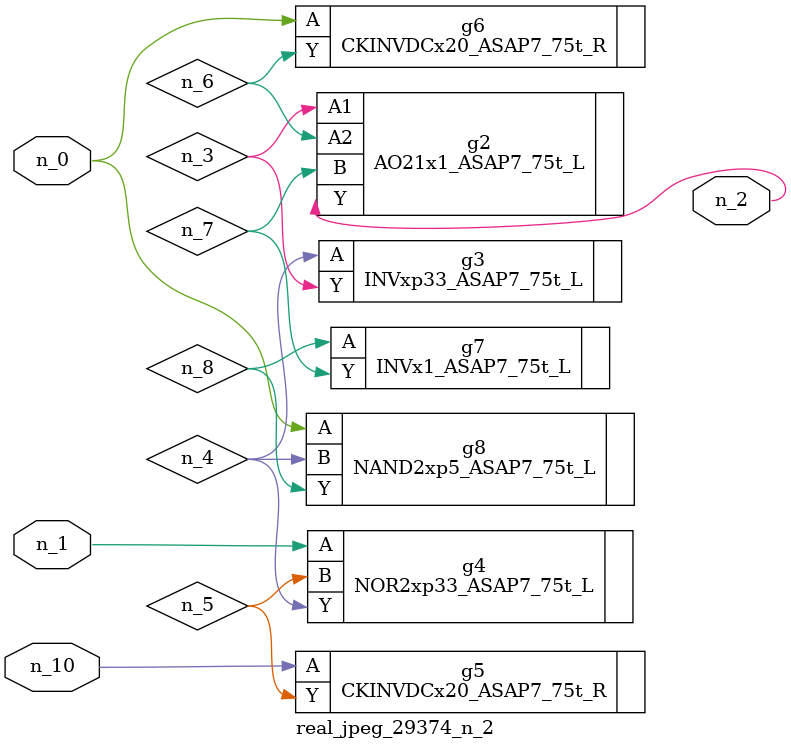
<source format=v>
module real_jpeg_29374_n_2 (n_1, n_10, n_0, n_2);

input n_1;
input n_10;
input n_0;

output n_2;

wire n_5;
wire n_4;
wire n_8;
wire n_6;
wire n_7;
wire n_3;

CKINVDCx20_ASAP7_75t_R g6 ( 
.A(n_0),
.Y(n_6)
);

NAND2xp5_ASAP7_75t_L g8 ( 
.A(n_0),
.B(n_4),
.Y(n_8)
);

NOR2xp33_ASAP7_75t_L g4 ( 
.A(n_1),
.B(n_5),
.Y(n_4)
);

AO21x1_ASAP7_75t_L g2 ( 
.A1(n_3),
.A2(n_6),
.B(n_7),
.Y(n_2)
);

INVxp33_ASAP7_75t_L g3 ( 
.A(n_4),
.Y(n_3)
);

INVx1_ASAP7_75t_L g7 ( 
.A(n_8),
.Y(n_7)
);

CKINVDCx20_ASAP7_75t_R g5 ( 
.A(n_10),
.Y(n_5)
);


endmodule
</source>
